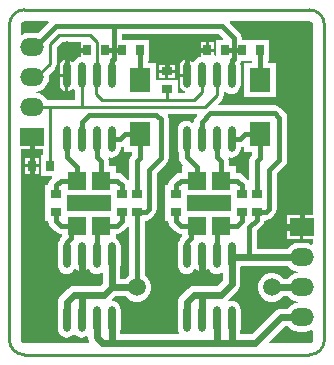
<source format=gtl>
G04*
G04 #@! TF.GenerationSoftware,Altium Limited,Altium Designer,22.2.1 (43)*
G04*
G04 Layer_Physical_Order=1*
G04 Layer_Color=255*
%FSLAX44Y44*%
%MOMM*%
G71*
G04*
G04 #@! TF.SameCoordinates,B242430B-52BB-43DD-A0E7-0EA7797FDCDA*
G04*
G04*
G04 #@! TF.FilePolarity,Positive*
G04*
G01*
G75*
%ADD15C,0.2540*%
%ADD16R,0.8890X0.6350*%
%ADD17R,1.5700X1.5550*%
%ADD18R,0.6350X0.8890*%
%ADD19R,1.8000X2.0000*%
%ADD20O,0.6000X2.2000*%
%ADD29C,0.3810*%
%ADD30C,0.5588*%
%ADD31O,2.0000X1.5000*%
%ADD32R,2.0000X1.5000*%
%ADD33C,1.5000*%
G36*
X-120650Y136284D02*
X-100775D01*
X-100289Y135110D01*
X-109258Y126142D01*
X-111800Y126476D01*
X-116800D01*
X-119951Y126061D01*
X-122313Y125083D01*
X-123583Y125809D01*
Y133350D01*
X-123606Y133462D01*
X-123401Y134490D01*
X-122756Y135456D01*
X-121790Y136102D01*
X-120762Y136306D01*
X-120650Y136284D01*
D02*
G37*
G36*
X47780Y121950D02*
X47294Y120777D01*
X41783D01*
Y107275D01*
X41224Y107022D01*
X40005Y107864D01*
Y110490D01*
X34290D01*
Y111760D01*
D01*
Y110490D01*
X28575D01*
Y106031D01*
X27406Y105877D01*
X25564Y105114D01*
X23982Y103900D01*
X22768Y102319D01*
X22597Y101906D01*
X21164Y101764D01*
X20676Y102494D01*
X18844Y103719D01*
X17952Y103896D01*
Y90500D01*
X16682D01*
Y89230D01*
X11034D01*
Y82500D01*
X11464Y80338D01*
X12688Y78506D01*
X14521Y77281D01*
X15551Y77077D01*
X15426Y75806D01*
X9017D01*
Y86487D01*
X-9017D01*
X-9288Y87645D01*
Y101072D01*
X-16256D01*
Y102743D01*
X-15113D01*
Y120777D01*
X-38481D01*
Y125476D01*
X44255D01*
X47780Y121950D01*
D02*
G37*
G36*
X-73025Y113030D02*
X-67310D01*
Y110490D01*
X-73025D01*
Y106031D01*
X-74194Y105877D01*
X-76036Y105114D01*
X-77618Y103900D01*
X-78832Y102319D01*
X-79003Y101906D01*
X-80436Y101764D01*
X-80924Y102494D01*
X-82756Y103719D01*
X-83648Y103896D01*
Y90500D01*
X-84918D01*
D01*
X-83648D01*
Y77104D01*
X-82756Y77281D01*
X-80924Y78506D01*
X-80436Y79236D01*
X-79003Y79094D01*
X-78832Y78681D01*
X-78174Y77824D01*
Y69629D01*
X-101286D01*
X-103190Y72110D01*
X-105712Y74045D01*
X-108649Y75261D01*
X-110914Y75560D01*
Y76841D01*
X-108649Y77139D01*
X-105712Y78355D01*
X-103190Y80290D01*
X-101255Y82812D01*
X-100039Y85749D01*
X-99624Y88900D01*
X-99908Y91058D01*
X-94848Y96118D01*
X-93557Y98051D01*
X-93104Y100330D01*
Y114373D01*
X-88973Y118504D01*
X-73025D01*
Y113030D01*
D02*
G37*
G36*
X121790Y136102D02*
X122756Y135456D01*
X123401Y134490D01*
X123606Y133462D01*
X123583Y133350D01*
Y0D01*
Y-28060D01*
X115570D01*
Y-38100D01*
X114300D01*
D01*
X115570D01*
Y-48140D01*
X123583D01*
Y-51991D01*
X122313Y-52717D01*
X119951Y-51739D01*
X116800Y-51324D01*
X111800D01*
X108649Y-51739D01*
X105712Y-52955D01*
X103190Y-54890D01*
X102284Y-56070D01*
X76454D01*
Y-40835D01*
X80870Y-36420D01*
X82301Y-34277D01*
X82526Y-33147D01*
X85217D01*
Y-31541D01*
X86578Y-31270D01*
X88721Y-29839D01*
X91030Y-27530D01*
X92461Y-25387D01*
X92964Y-22860D01*
Y7425D01*
X99920Y14380D01*
X101351Y16523D01*
X101854Y19050D01*
Y54610D01*
X101351Y57137D01*
X99920Y59280D01*
X96110Y63090D01*
X93967Y64521D01*
X91440Y65024D01*
X43357D01*
X42871Y66197D01*
X46294Y69620D01*
X46294Y69620D01*
X47585Y71553D01*
X48039Y73832D01*
Y76764D01*
X49309Y77195D01*
X49382Y77100D01*
X50964Y75886D01*
X52806Y75123D01*
X54782Y74863D01*
X56759Y75123D01*
X58601Y75886D01*
X60183Y77100D01*
X61396Y78681D01*
X62159Y80523D01*
X62420Y82500D01*
Y98500D01*
X62159Y100477D01*
X61881Y101148D01*
X62616Y102248D01*
X62715Y102743D01*
X72136D01*
Y101072D01*
X65168D01*
Y71928D01*
X92312D01*
Y101072D01*
X85344D01*
Y102743D01*
X86487D01*
Y120777D01*
X63119D01*
Y122555D01*
X62616Y125082D01*
X61185Y127225D01*
X53299Y135110D01*
X53785Y136284D01*
X120650D01*
X120762Y136306D01*
X121790Y136102D01*
D02*
G37*
G36*
X25613Y56542D02*
X24713Y55642D01*
X23281Y53499D01*
X22778Y50972D01*
Y50967D01*
X21508Y50341D01*
X20501Y51114D01*
X18659Y51877D01*
X16682Y52137D01*
X14705Y51877D01*
X12864Y51114D01*
X11282Y49900D01*
X10068Y48319D01*
X9305Y46477D01*
X9045Y44500D01*
Y28500D01*
X9305Y26523D01*
X10068Y24681D01*
X10078Y24668D01*
Y21418D01*
X10581Y18891D01*
X12012Y16748D01*
X13870Y14890D01*
X13384Y13717D01*
X12978D01*
Y7974D01*
X11530D01*
X9003Y7471D01*
X6860Y6040D01*
X2950Y2130D01*
X1519Y-13D01*
X1041Y-2413D01*
X-1397D01*
Y-17907D01*
Y-33147D01*
X1041D01*
X1519Y-35547D01*
X2950Y-37690D01*
X6860Y-41600D01*
X9003Y-43031D01*
X11530Y-43534D01*
X12978D01*
Y-44993D01*
X12432Y-45539D01*
X11000Y-47682D01*
X10682Y-49282D01*
X10068Y-50081D01*
X9305Y-51923D01*
X9045Y-53900D01*
Y-69900D01*
X9305Y-71877D01*
X10068Y-73719D01*
X11282Y-75300D01*
X12864Y-76514D01*
X14705Y-77277D01*
X16682Y-77537D01*
X18659Y-77277D01*
X20501Y-76514D01*
X22083Y-75300D01*
X23296Y-73719D01*
X23467Y-73306D01*
X24901Y-73165D01*
X25388Y-73894D01*
X27221Y-75119D01*
X28112Y-75296D01*
Y-61900D01*
X30652D01*
Y-75296D01*
X31544Y-75119D01*
X33376Y-73894D01*
X33864Y-73165D01*
X35297Y-73306D01*
X35468Y-73719D01*
X36682Y-75300D01*
X38264Y-76514D01*
X40106Y-77277D01*
X42082Y-77537D01*
X44059Y-77277D01*
X45901Y-76514D01*
X46214Y-76274D01*
X47353Y-76836D01*
Y-83110D01*
X42643Y-87820D01*
X22860D01*
X20937Y-88074D01*
X19145Y-88816D01*
X17607Y-89997D01*
X11429Y-96174D01*
X10248Y-97713D01*
X9506Y-99505D01*
X9253Y-101428D01*
Y-106322D01*
X9045Y-107900D01*
Y-123900D01*
X9305Y-125877D01*
X9849Y-127190D01*
X9151Y-128460D01*
X-39388D01*
Y-125478D01*
X-39181Y-123900D01*
Y-107900D01*
X-39441Y-105923D01*
X-40204Y-104081D01*
X-41417Y-102500D01*
X-42999Y-101286D01*
X-44841Y-100523D01*
X-46139Y-100352D01*
X-46594Y-99011D01*
X-43913Y-96330D01*
X-35043D01*
X-32812Y-98560D01*
X-30060Y-100149D01*
X-26989Y-100972D01*
X-23811D01*
X-20740Y-100149D01*
X-17988Y-98560D01*
X-15740Y-96312D01*
X-14151Y-93560D01*
X-13328Y-90489D01*
Y-87311D01*
X-14151Y-84240D01*
X-15740Y-81488D01*
X-17988Y-79240D01*
X-18796Y-78773D01*
Y-33147D01*
X-16383D01*
Y-31541D01*
X-15022Y-31270D01*
X-12879Y-29839D01*
X-10570Y-27530D01*
X-9139Y-25387D01*
X-8636Y-22860D01*
Y7425D01*
X-410Y15650D01*
X1021Y17793D01*
X1524Y20320D01*
Y53340D01*
X1021Y55867D01*
X534Y56596D01*
X1133Y57716D01*
X25127D01*
X25613Y56542D01*
D02*
G37*
G36*
X65168Y29483D02*
Y25928D01*
X72136D01*
Y23055D01*
X71530Y22450D01*
X70099Y20307D01*
X69596Y17780D01*
Y2182D01*
X68381Y1814D01*
X68170Y2130D01*
X64260Y6040D01*
X62117Y7471D01*
X59590Y7974D01*
X58142D01*
Y13717D01*
X52324D01*
Y17780D01*
X51854Y20142D01*
X52240Y20655D01*
X52803Y21124D01*
X52806Y21123D01*
X54782Y20863D01*
X56759Y21123D01*
X58601Y21886D01*
X60183Y23100D01*
X61396Y24681D01*
X62159Y26523D01*
X62420Y28500D01*
Y29999D01*
X63898Y30294D01*
X65168Y29483D01*
D02*
G37*
G36*
X-36432D02*
Y25928D01*
X-29464D01*
Y23055D01*
X-30070Y22450D01*
X-31501Y20307D01*
X-32004Y17780D01*
Y2182D01*
X-33219Y1814D01*
X-33430Y2130D01*
X-37340Y6040D01*
X-39483Y7471D01*
X-42010Y7974D01*
X-43458D01*
Y13717D01*
X-49276D01*
Y17780D01*
X-49746Y20142D01*
X-49360Y20655D01*
X-48797Y21124D01*
X-48794Y21123D01*
X-46818Y20863D01*
X-44841Y21123D01*
X-42999Y21886D01*
X-41417Y23100D01*
X-40204Y24681D01*
X-39441Y26523D01*
X-39181Y28500D01*
Y29999D01*
X-37702Y30294D01*
X-36432Y29483D01*
D02*
G37*
G36*
X54483Y-17907D02*
Y-24583D01*
X16637D01*
Y-17907D01*
Y-10977D01*
X54483D01*
Y-17907D01*
D02*
G37*
G36*
X-47117D02*
Y-24583D01*
X-84963D01*
Y-17907D01*
Y-10977D01*
X-47117D01*
Y-17907D01*
D02*
G37*
G36*
X103190Y-72110D02*
X105712Y-74045D01*
X108649Y-75261D01*
X110914Y-75560D01*
Y-76841D01*
X108649Y-77139D01*
X105712Y-78355D01*
X103190Y-80290D01*
X102284Y-81470D01*
X98543D01*
X96312Y-79240D01*
X93560Y-77651D01*
X90489Y-76828D01*
X87311D01*
X84240Y-77651D01*
X81488Y-79240D01*
X79240Y-81488D01*
X77651Y-84240D01*
X76828Y-87311D01*
Y-90489D01*
X77651Y-93560D01*
X79240Y-96312D01*
X81488Y-98560D01*
X84240Y-100149D01*
X87311Y-100972D01*
X90489D01*
X93560Y-100149D01*
X96312Y-98560D01*
X98543Y-96330D01*
X102284D01*
X103190Y-97510D01*
X105712Y-99445D01*
X108649Y-100661D01*
X110914Y-100960D01*
Y-102240D01*
X108649Y-102539D01*
X105712Y-103755D01*
X103190Y-105690D01*
X102284Y-106870D01*
X96520D01*
X94597Y-107124D01*
X92805Y-107866D01*
X91266Y-109046D01*
X71853Y-128460D01*
X62212D01*
Y-125478D01*
X62420Y-123900D01*
Y-107900D01*
X62159Y-105923D01*
X61396Y-104081D01*
X60183Y-102500D01*
X58601Y-101286D01*
X56759Y-100523D01*
X54782Y-100263D01*
X52806Y-100523D01*
X52711Y-100562D01*
X51992Y-99485D01*
X60036Y-91441D01*
X61216Y-89903D01*
X61959Y-88111D01*
X62212Y-86188D01*
Y-71478D01*
X62284Y-70930D01*
X102284D01*
X103190Y-72110D01*
D02*
G37*
G36*
X-32004Y-37742D02*
Y-78773D01*
X-32812Y-79240D01*
X-35043Y-81470D01*
X-39388D01*
Y-71478D01*
X-39181Y-69900D01*
Y-53900D01*
X-39441Y-51923D01*
X-40204Y-50081D01*
X-41417Y-48500D01*
X-42999Y-47286D01*
X-43458Y-47096D01*
Y-43534D01*
X-42010D01*
X-39483Y-43031D01*
X-37340Y-41600D01*
X-33430Y-37690D01*
X-33219Y-37374D01*
X-32004Y-37742D01*
D02*
G37*
G36*
X103190Y-122910D02*
X105712Y-124845D01*
X108649Y-126061D01*
X111800Y-126476D01*
X116800D01*
X119951Y-126061D01*
X122313Y-125083D01*
X123583Y-125809D01*
Y-133350D01*
X123606Y-133462D01*
X123401Y-134490D01*
X122756Y-135456D01*
X121790Y-136102D01*
X120762Y-136306D01*
X120650Y-136284D01*
X86703D01*
X86217Y-135110D01*
X99597Y-121730D01*
X102284D01*
X103190Y-122910D01*
D02*
G37*
G36*
X-113030Y28060D02*
X-105016D01*
Y22987D01*
X-106807D01*
Y4953D01*
X-97486D01*
X-97000Y3780D01*
X-98650Y2130D01*
X-100081Y-13D01*
X-100559Y-2413D01*
X-102997D01*
Y-17907D01*
Y-33147D01*
X-100559D01*
X-100081Y-35547D01*
X-98650Y-37690D01*
X-94740Y-41600D01*
X-92597Y-43031D01*
X-90070Y-43534D01*
X-88622D01*
Y-44993D01*
X-89168Y-45539D01*
X-90600Y-47682D01*
X-90918Y-49282D01*
X-91532Y-50081D01*
X-92295Y-51923D01*
X-92555Y-53900D01*
Y-69900D01*
X-92295Y-71877D01*
X-91532Y-73719D01*
X-90318Y-75300D01*
X-88736Y-76514D01*
X-86895Y-77277D01*
X-84918Y-77537D01*
X-82941Y-77277D01*
X-81099Y-76514D01*
X-79517Y-75300D01*
X-78304Y-73719D01*
X-78133Y-73306D01*
X-76700Y-73165D01*
X-76212Y-73894D01*
X-74379Y-75119D01*
X-73488Y-75296D01*
Y-61900D01*
X-70948D01*
Y-75296D01*
X-70056Y-75119D01*
X-68224Y-73894D01*
X-67736Y-73165D01*
X-66303Y-73306D01*
X-66132Y-73719D01*
X-64918Y-75300D01*
X-63336Y-76514D01*
X-61494Y-77277D01*
X-59518Y-77537D01*
X-57541Y-77277D01*
X-55699Y-76514D01*
X-55386Y-76274D01*
X-54247Y-76836D01*
Y-85650D01*
X-56417Y-87820D01*
X-78740D01*
X-80663Y-88074D01*
X-82455Y-88816D01*
X-83994Y-89997D01*
X-90171Y-96174D01*
X-91352Y-97713D01*
X-92094Y-99505D01*
X-92347Y-101428D01*
Y-106322D01*
X-92555Y-107900D01*
Y-123900D01*
X-92295Y-125877D01*
X-91532Y-127719D01*
X-90318Y-129300D01*
X-88736Y-130514D01*
X-86895Y-131277D01*
X-84918Y-131537D01*
X-82941Y-131277D01*
X-81099Y-130514D01*
X-79517Y-129300D01*
X-79203Y-128890D01*
X-77933D01*
X-77618Y-129300D01*
X-76036Y-130514D01*
X-74194Y-131277D01*
X-72218Y-131537D01*
X-70241Y-131277D01*
X-68399Y-130514D01*
X-68086Y-130274D01*
X-66947Y-130836D01*
Y-130982D01*
X-66694Y-132905D01*
X-65952Y-134697D01*
X-65709Y-135014D01*
X-66335Y-136284D01*
X-120650D01*
X-120762Y-136306D01*
X-121790Y-136102D01*
X-122756Y-135456D01*
X-123401Y-134490D01*
X-123606Y-133462D01*
X-123583Y-133350D01*
Y0D01*
Y28060D01*
X-115570D01*
Y38100D01*
X-113030D01*
Y28060D01*
D02*
G37*
%LPC*%
G36*
X40005Y118745D02*
X35560D01*
Y113030D01*
X40005D01*
Y118745D01*
D02*
G37*
G36*
X33020D02*
X28575D01*
Y113030D01*
X33020D01*
Y118745D01*
D02*
G37*
G36*
X6985Y99695D02*
X1270D01*
Y95250D01*
X6985D01*
Y99695D01*
D02*
G37*
G36*
X-1270D02*
X-6985D01*
Y95250D01*
X-1270D01*
Y99695D01*
D02*
G37*
G36*
X15412Y103896D02*
X14521Y103719D01*
X12688Y102494D01*
X11464Y100662D01*
X11034Y98500D01*
Y91770D01*
X15412D01*
Y103896D01*
D02*
G37*
G36*
X6985Y92710D02*
X1270D01*
Y88265D01*
X6985D01*
Y92710D01*
D02*
G37*
G36*
X-1270D02*
X-6985D01*
Y88265D01*
X-1270D01*
Y92710D01*
D02*
G37*
G36*
X-86188Y103896D02*
X-87079Y103719D01*
X-88912Y102494D01*
X-90136Y100662D01*
X-90566Y98500D01*
Y91770D01*
X-86188D01*
Y103896D01*
D02*
G37*
G36*
Y89230D02*
X-90566D01*
Y82500D01*
X-90136Y80338D01*
X-88912Y78506D01*
X-87079Y77281D01*
X-86188Y77104D01*
Y89230D01*
D02*
G37*
G36*
X113030Y-28060D02*
X101760D01*
Y-36830D01*
X113030D01*
Y-28060D01*
D02*
G37*
G36*
Y-39370D02*
X101760D01*
Y-48140D01*
X113030D01*
Y-39370D01*
D02*
G37*
G36*
X-108585Y20955D02*
X-113030D01*
Y15240D01*
X-108585D01*
Y20955D01*
D02*
G37*
G36*
X-115570D02*
X-120015D01*
Y15240D01*
X-115570D01*
Y20955D01*
D02*
G37*
G36*
X-108585Y12700D02*
X-113030D01*
Y6985D01*
X-108585D01*
Y12700D01*
D02*
G37*
G36*
X-115570D02*
X-120015D01*
Y6985D01*
X-115570D01*
Y12700D01*
D02*
G37*
%LPD*%
D15*
X-99060Y100330D02*
Y116840D01*
X-114300Y88900D02*
X-110490D01*
X-99060Y100330D01*
X-114300Y63672D02*
X-72218D01*
X-99060Y13970D02*
Y63500D01*
Y116840D02*
X-91440Y124460D01*
X-65369D01*
X-59518Y118609D01*
X0Y69850D02*
X22860D01*
X-54610D02*
X0D01*
Y78740D01*
X-59518Y90500D02*
Y118609D01*
X-59690Y74930D02*
X-54610Y69850D01*
X-59690Y74930D02*
Y90328D01*
X-72218Y63672D02*
X31922D01*
X42082Y73832D01*
X22860Y69850D02*
X27942Y74932D01*
X-72218Y63672D02*
Y90500D01*
X42082Y73832D02*
Y90500D01*
X-59690Y90328D02*
X-59518Y90500D01*
X27942Y74932D02*
X29382Y76372D01*
X27942Y74932D02*
Y74932D01*
X29382Y76372D02*
Y90500D01*
X120650Y-146050D02*
G03*
X133350Y-133350I0J12700D01*
G01*
X-133350D02*
G03*
X-120650Y-146050I12700J-0D01*
G01*
X133350Y133350D02*
G03*
X120650Y146050I-12700J0D01*
G01*
X-120650D02*
G03*
X-133350Y133350I0J-12700D01*
G01*
X133350Y-133350D02*
Y0D01*
X0Y-146050D02*
X120650D01*
X-120650D02*
X0D01*
X-133350Y-133350D02*
Y0D01*
X133350D02*
Y133350D01*
X0Y146050D02*
X120650D01*
X-120650D02*
X0D01*
X-133350Y0D02*
Y133350D01*
D16*
X-38100Y-10160D02*
D03*
Y-25400D02*
D03*
X-25400D02*
D03*
Y-10160D02*
D03*
X-93980D02*
D03*
Y-25400D02*
D03*
X76200D02*
D03*
Y-10160D02*
D03*
X63500D02*
D03*
Y-25400D02*
D03*
X0Y78740D02*
D03*
Y93980D02*
D03*
X7620Y-10160D02*
D03*
Y-25400D02*
D03*
D17*
X25400Y1370D02*
D03*
Y-36930D02*
D03*
X45720Y1370D02*
D03*
Y-36930D02*
D03*
X-76200Y1370D02*
D03*
Y-36930D02*
D03*
X-55880Y1370D02*
D03*
Y-36930D02*
D03*
D18*
X-38100Y111760D02*
D03*
X-22860D02*
D03*
X-67310D02*
D03*
X-52070D02*
D03*
X63500D02*
D03*
X78740D02*
D03*
X34290D02*
D03*
X49530D02*
D03*
X-99060Y13970D02*
D03*
X-114300D02*
D03*
D19*
X-22860Y40500D02*
D03*
Y86500D02*
D03*
X78740Y40500D02*
D03*
Y86500D02*
D03*
D20*
X-84918Y36500D02*
D03*
X-72218Y90500D02*
D03*
X-46818D02*
D03*
X-72218Y36500D02*
D03*
X-59518D02*
D03*
X-46818D02*
D03*
X-84918Y90500D02*
D03*
X-59518D02*
D03*
X-84918Y-115900D02*
D03*
X-72218Y-61900D02*
D03*
X-46818D02*
D03*
X-72218Y-115900D02*
D03*
X-59518D02*
D03*
X-46818D02*
D03*
X-84918Y-61900D02*
D03*
X-59518D02*
D03*
X16682Y36500D02*
D03*
X29382Y90500D02*
D03*
X54782D02*
D03*
X29382Y36500D02*
D03*
X42082D02*
D03*
X54782D02*
D03*
X16682Y90500D02*
D03*
X42082D02*
D03*
X16682Y-115900D02*
D03*
X29382Y-61900D02*
D03*
X54782D02*
D03*
X29382Y-115900D02*
D03*
X42082D02*
D03*
X54782D02*
D03*
X16682Y-61900D02*
D03*
X42082D02*
D03*
D29*
X105410Y-10160D02*
Y101600D01*
X95250Y111760D02*
X105410Y101600D01*
Y-10160D02*
X114300Y-19050D01*
Y-38100D02*
Y-19050D01*
X106205Y-32505D02*
X111800Y-38100D01*
X95250Y19050D02*
Y54610D01*
X36830Y58420D02*
X91440D01*
X95250Y54610D01*
X86360Y10160D02*
X95250Y19050D01*
X5166Y111760D02*
X16682D01*
X-6350D02*
X5166D01*
X0Y100330D02*
X5166Y105496D01*
Y111760D01*
X0Y93980D02*
Y100330D01*
X-6350Y110283D02*
Y111760D01*
X-107950Y-63500D02*
Y-1270D01*
X-77470Y-82550D02*
X-72218Y-77298D01*
X-107950Y-77470D02*
X-102870Y-82550D01*
X-77470D01*
X-107950Y-77470D02*
Y-63500D01*
X-6350D02*
Y-38100D01*
Y-77470D02*
Y-63500D01*
X-1270Y-82550D02*
X24130D01*
X-6350Y-77470D02*
X-1270Y-82550D01*
X69850Y-63500D02*
Y-38100D01*
X76200Y-31750D01*
Y-25400D01*
X-114300Y5080D02*
X-107950Y-1270D01*
X-114300Y5080D02*
Y13970D01*
Y38100D01*
X-46818Y-88728D02*
X-46646Y-88900D01*
X54782Y-62488D02*
X55794Y-63500D01*
X54782Y-62488D02*
Y-61900D01*
X-45085Y132080D02*
X46990D01*
X-93980D02*
X-45085D01*
X16682Y111760D02*
X34290D01*
X56515D02*
Y122555D01*
X46990Y132080D02*
X56515Y122555D01*
X-45085Y111760D02*
Y132080D01*
X-111760Y114300D02*
X-93980Y132080D01*
X-114300Y114300D02*
X-111760D01*
X49530Y111760D02*
X56515D01*
X63500D01*
X54864Y103124D02*
X56515Y104775D01*
X54864Y90581D02*
Y103124D01*
X56515Y104775D02*
Y111760D01*
X54782Y90500D02*
X54864Y90581D01*
X-46818Y90500D02*
X-46736Y90581D01*
X-45085Y104775D02*
Y111760D01*
X-46736Y90581D02*
Y103124D01*
X-45085Y104775D01*
Y111760D02*
X-38100D01*
X-52070D02*
X-45085D01*
X-8890Y57150D02*
X-5080Y53340D01*
X-66040Y57150D02*
X-8890D01*
X-5080Y20320D02*
Y53340D01*
X-15240Y10160D02*
X-5080Y20320D01*
X-72218Y50972D02*
X-66040Y57150D01*
X42082Y21418D02*
X45720Y17780D01*
X42082Y21418D02*
Y36500D01*
X45720Y1370D02*
Y17780D01*
X16682Y21418D02*
Y36500D01*
X25400Y1370D02*
Y12700D01*
X16682Y21418D02*
X25400Y12700D01*
X66040Y40640D02*
X78600D01*
X54782Y36500D02*
X61900D01*
X66040Y40640D01*
X59590Y1370D02*
X63500Y-2540D01*
Y-10160D02*
Y-2540D01*
X45720Y1370D02*
X59590D01*
X45720Y-36930D02*
X59590D01*
X63500Y-33020D02*
Y-25400D01*
X59590Y-36930D02*
X63500Y-33020D01*
X11530Y1370D02*
X25400D01*
X7620Y-10160D02*
Y-2540D01*
X11530Y1370D01*
Y-36930D02*
X25400D01*
X7620Y-33020D02*
Y-25400D01*
Y-33020D02*
X11530Y-36930D01*
X42082Y-40568D02*
X45720Y-36930D01*
X42082Y-61900D02*
Y-40568D01*
X17101Y-61481D02*
Y-50209D01*
X16682Y-61900D02*
X17101Y-61481D01*
Y-50209D02*
X20320Y-46990D01*
Y-42010D01*
X25400Y-36930D01*
X29382Y-96348D02*
X30480Y-95250D01*
X76200Y-10160D02*
Y17780D01*
X78740Y20320D01*
Y40500D01*
X78600Y40640D02*
X78740Y40500D01*
X24130Y-82550D02*
X29382Y-77298D01*
Y36500D02*
Y50972D01*
X36830Y58420D01*
X84051Y-25169D02*
X86360Y-22860D01*
X76431Y-25169D02*
X84051D01*
X76200Y-25400D02*
X76431Y-25169D01*
X86360Y-22860D02*
Y10160D01*
X78740Y86500D02*
Y111760D01*
X16682Y90500D02*
Y111760D01*
X-84918Y90500D02*
Y111760D01*
X-67310D01*
X-22860Y86500D02*
Y111760D01*
X-15240Y-22860D02*
Y10160D01*
X-25400Y-25400D02*
X-25169Y-25169D01*
X-17549D01*
X-15240Y-22860D01*
X-72218Y36500D02*
Y50972D01*
X-23000Y40640D02*
X-22860Y40500D01*
Y20320D02*
Y40500D01*
X-25400Y17780D02*
X-22860Y20320D01*
X-25400Y-10160D02*
Y17780D01*
Y-88900D02*
Y-25400D01*
X-72218Y-96348D02*
X-71120Y-95250D01*
X-81280Y-42010D02*
X-76200Y-36930D01*
X-81280Y-46990D02*
Y-42010D01*
X-84499Y-50209D02*
X-81280Y-46990D01*
X-84918Y-61900D02*
X-84499Y-61481D01*
Y-50209D01*
X-59518Y-61900D02*
Y-40568D01*
X-55880Y-36930D01*
X-93980Y-33020D02*
X-90070Y-36930D01*
X-93980Y-33020D02*
Y-25400D01*
X-90070Y-36930D02*
X-76200D01*
X-93980Y-2540D02*
X-90070Y1370D01*
X-93980Y-10160D02*
Y-2540D01*
X-90070Y1370D02*
X-76200D01*
X-42010Y-36930D02*
X-38100Y-33020D01*
Y-25400D01*
X-55880Y-36930D02*
X-42010D01*
X-55880Y1370D02*
X-42010D01*
X-38100Y-10160D02*
Y-2540D01*
X-42010Y1370D02*
X-38100Y-2540D01*
X-39700Y36500D02*
X-35560Y40640D01*
X-46818Y36500D02*
X-39700D01*
X-35560Y40640D02*
X-23000D01*
X-84918Y21418D02*
X-76200Y12700D01*
Y1370D02*
Y12700D01*
X-84918Y21418D02*
Y36500D01*
X-55880Y1370D02*
Y17780D01*
X-59518Y21418D02*
Y36500D01*
Y21418D02*
X-55880Y17780D01*
D30*
X88900Y-38100D02*
X111800D01*
X-72218Y-77298D02*
Y-61900D01*
X55794Y-63500D02*
X69850D01*
X-46646Y-88900D02*
X-25400D01*
X-46818Y-88728D02*
Y-61900D01*
X-53340Y-95250D02*
X-46818Y-88728D01*
X-71120Y-95250D02*
X-53340D01*
X88900Y-88900D02*
X114300D01*
X69850Y-63500D02*
X114300D01*
X54782Y-86188D02*
Y-62488D01*
X-46990Y-135890D02*
X41910D01*
X-54610D02*
X-46990D01*
X-46818Y-135718D01*
Y-115900D01*
X41910Y-135890D02*
X54610D01*
X41910D02*
X42082Y-135718D01*
Y-115900D01*
X54610Y-135890D02*
X74930D01*
X54610D02*
X54782Y-135718D01*
Y-115900D01*
X74930Y-135890D02*
X96520Y-114300D01*
X114300D01*
X-59518Y-130982D02*
Y-115900D01*
Y-130982D02*
X-54610Y-135890D01*
X16682Y-115900D02*
Y-101428D01*
X22860Y-95250D01*
X45720D02*
X54782Y-86188D01*
X29382Y-115900D02*
Y-96348D01*
X22860Y-95250D02*
X30480D01*
X45720D01*
X29382Y-77298D02*
Y-61900D01*
X-78740Y-95250D02*
X-71120D01*
X-72218Y-115900D02*
Y-96348D01*
X-84918Y-101428D02*
X-78740Y-95250D01*
X-84918Y-115900D02*
Y-101428D01*
D31*
X114300Y-114300D02*
D03*
Y-88900D02*
D03*
Y-63500D02*
D03*
X-114300Y114300D02*
D03*
Y88900D02*
D03*
Y63500D02*
D03*
D32*
X114300Y-38100D02*
D03*
X-114300Y38100D02*
D03*
D33*
X95250Y111760D02*
D03*
X16682D02*
D03*
X-6350D02*
D03*
X-107950Y-63500D02*
D03*
X-6350D02*
D03*
Y-38100D02*
D03*
X88900D02*
D03*
X-25400Y-88900D02*
D03*
X88900D02*
D03*
X-84918Y111760D02*
D03*
M02*

</source>
